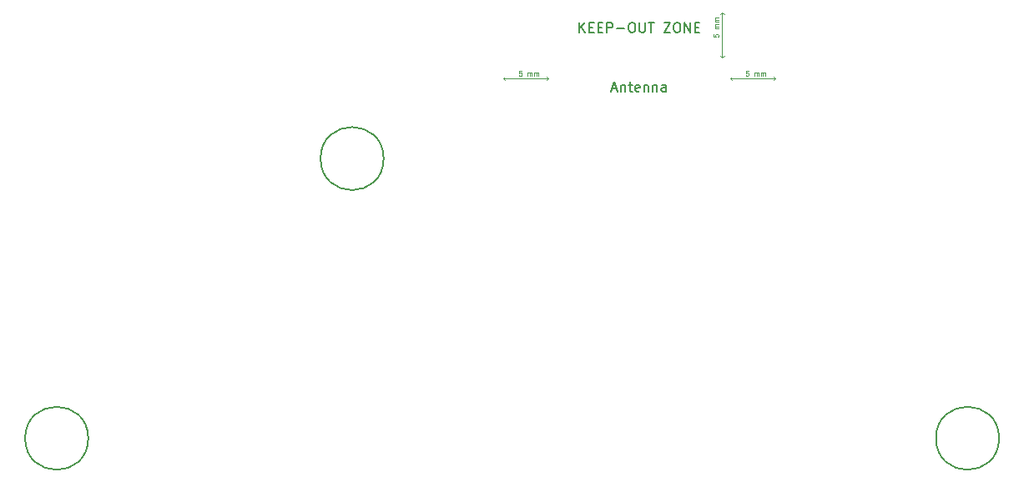
<source format=gbr>
%TF.GenerationSoftware,KiCad,Pcbnew,(6.0.8)*%
%TF.CreationDate,2022-10-05T23:26:50+02:00*%
%TF.ProjectId,DMX_ControllerBoard,444d585f-436f-46e7-9472-6f6c6c657242,rev?*%
%TF.SameCoordinates,Original*%
%TF.FileFunction,Other,Comment*%
%FSLAX46Y46*%
G04 Gerber Fmt 4.6, Leading zero omitted, Abs format (unit mm)*
G04 Created by KiCad (PCBNEW (6.0.8)) date 2022-10-05 23:26:50*
%MOMM*%
%LPD*%
G01*
G04 APERTURE LIST*
%ADD10C,0.150000*%
%ADD11C,0.100000*%
G04 APERTURE END LIST*
D10*
%TO.C,U3*%
X75907071Y-16504380D02*
X75907071Y-15504380D01*
X76478500Y-16504380D02*
X76049928Y-15932952D01*
X76478500Y-15504380D02*
X75907071Y-16075809D01*
X76907071Y-15980571D02*
X77240404Y-15980571D01*
X77383261Y-16504380D02*
X76907071Y-16504380D01*
X76907071Y-15504380D01*
X77383261Y-15504380D01*
X77811833Y-15980571D02*
X78145166Y-15980571D01*
X78288023Y-16504380D02*
X77811833Y-16504380D01*
X77811833Y-15504380D01*
X78288023Y-15504380D01*
X78716595Y-16504380D02*
X78716595Y-15504380D01*
X79097547Y-15504380D01*
X79192785Y-15552000D01*
X79240404Y-15599619D01*
X79288023Y-15694857D01*
X79288023Y-15837714D01*
X79240404Y-15932952D01*
X79192785Y-15980571D01*
X79097547Y-16028190D01*
X78716595Y-16028190D01*
X79716595Y-16123428D02*
X80478500Y-16123428D01*
X81145166Y-15504380D02*
X81335642Y-15504380D01*
X81430880Y-15552000D01*
X81526119Y-15647238D01*
X81573738Y-15837714D01*
X81573738Y-16171047D01*
X81526119Y-16361523D01*
X81430880Y-16456761D01*
X81335642Y-16504380D01*
X81145166Y-16504380D01*
X81049928Y-16456761D01*
X80954690Y-16361523D01*
X80907071Y-16171047D01*
X80907071Y-15837714D01*
X80954690Y-15647238D01*
X81049928Y-15552000D01*
X81145166Y-15504380D01*
X82002309Y-15504380D02*
X82002309Y-16313904D01*
X82049928Y-16409142D01*
X82097547Y-16456761D01*
X82192785Y-16504380D01*
X82383261Y-16504380D01*
X82478500Y-16456761D01*
X82526119Y-16409142D01*
X82573738Y-16313904D01*
X82573738Y-15504380D01*
X82907071Y-15504380D02*
X83478500Y-15504380D01*
X83192785Y-16504380D02*
X83192785Y-15504380D01*
X84478500Y-15504380D02*
X85145166Y-15504380D01*
X84478500Y-16504380D01*
X85145166Y-16504380D01*
X85716595Y-15504380D02*
X85907071Y-15504380D01*
X86002309Y-15552000D01*
X86097547Y-15647238D01*
X86145166Y-15837714D01*
X86145166Y-16171047D01*
X86097547Y-16361523D01*
X86002309Y-16456761D01*
X85907071Y-16504380D01*
X85716595Y-16504380D01*
X85621357Y-16456761D01*
X85526119Y-16361523D01*
X85478500Y-16171047D01*
X85478500Y-15837714D01*
X85526119Y-15647238D01*
X85621357Y-15552000D01*
X85716595Y-15504380D01*
X86573738Y-16504380D02*
X86573738Y-15504380D01*
X87145166Y-16504380D01*
X87145166Y-15504380D01*
X87621357Y-15980571D02*
X87954690Y-15980571D01*
X88097547Y-16504380D02*
X87621357Y-16504380D01*
X87621357Y-15504380D01*
X88097547Y-15504380D01*
D11*
X89504690Y-16715095D02*
X89504690Y-16953190D01*
X89742785Y-16977000D01*
X89718976Y-16953190D01*
X89695166Y-16905571D01*
X89695166Y-16786523D01*
X89718976Y-16738904D01*
X89742785Y-16715095D01*
X89790404Y-16691285D01*
X89909452Y-16691285D01*
X89957071Y-16715095D01*
X89980880Y-16738904D01*
X90004690Y-16786523D01*
X90004690Y-16905571D01*
X89980880Y-16953190D01*
X89957071Y-16977000D01*
X90004690Y-16096047D02*
X89671357Y-16096047D01*
X89718976Y-16096047D02*
X89695166Y-16072238D01*
X89671357Y-16024619D01*
X89671357Y-15953190D01*
X89695166Y-15905571D01*
X89742785Y-15881761D01*
X90004690Y-15881761D01*
X89742785Y-15881761D02*
X89695166Y-15857952D01*
X89671357Y-15810333D01*
X89671357Y-15738904D01*
X89695166Y-15691285D01*
X89742785Y-15667476D01*
X90004690Y-15667476D01*
X90004690Y-15429380D02*
X89671357Y-15429380D01*
X89718976Y-15429380D02*
X89695166Y-15405571D01*
X89671357Y-15357952D01*
X89671357Y-15286523D01*
X89695166Y-15238904D01*
X89742785Y-15215095D01*
X90004690Y-15215095D01*
X89742785Y-15215095D02*
X89695166Y-15191285D01*
X89671357Y-15143666D01*
X89671357Y-15072238D01*
X89695166Y-15024619D01*
X89742785Y-15000809D01*
X90004690Y-15000809D01*
X70040404Y-20403190D02*
X69802309Y-20403190D01*
X69778500Y-20641285D01*
X69802309Y-20617476D01*
X69849928Y-20593666D01*
X69968976Y-20593666D01*
X70016595Y-20617476D01*
X70040404Y-20641285D01*
X70064214Y-20688904D01*
X70064214Y-20807952D01*
X70040404Y-20855571D01*
X70016595Y-20879380D01*
X69968976Y-20903190D01*
X69849928Y-20903190D01*
X69802309Y-20879380D01*
X69778500Y-20855571D01*
X70659452Y-20903190D02*
X70659452Y-20569857D01*
X70659452Y-20617476D02*
X70683261Y-20593666D01*
X70730880Y-20569857D01*
X70802309Y-20569857D01*
X70849928Y-20593666D01*
X70873738Y-20641285D01*
X70873738Y-20903190D01*
X70873738Y-20641285D02*
X70897547Y-20593666D01*
X70945166Y-20569857D01*
X71016595Y-20569857D01*
X71064214Y-20593666D01*
X71088023Y-20641285D01*
X71088023Y-20903190D01*
X71326119Y-20903190D02*
X71326119Y-20569857D01*
X71326119Y-20617476D02*
X71349928Y-20593666D01*
X71397547Y-20569857D01*
X71468976Y-20569857D01*
X71516595Y-20593666D01*
X71540404Y-20641285D01*
X71540404Y-20903190D01*
X71540404Y-20641285D02*
X71564214Y-20593666D01*
X71611833Y-20569857D01*
X71683261Y-20569857D01*
X71730880Y-20593666D01*
X71754690Y-20641285D01*
X71754690Y-20903190D01*
D10*
X79216595Y-22218666D02*
X79692785Y-22218666D01*
X79121357Y-22504380D02*
X79454690Y-21504380D01*
X79788023Y-22504380D01*
X80121357Y-21837714D02*
X80121357Y-22504380D01*
X80121357Y-21932952D02*
X80168976Y-21885333D01*
X80264214Y-21837714D01*
X80407071Y-21837714D01*
X80502309Y-21885333D01*
X80549928Y-21980571D01*
X80549928Y-22504380D01*
X80883261Y-21837714D02*
X81264214Y-21837714D01*
X81026119Y-21504380D02*
X81026119Y-22361523D01*
X81073738Y-22456761D01*
X81168976Y-22504380D01*
X81264214Y-22504380D01*
X81978500Y-22456761D02*
X81883261Y-22504380D01*
X81692785Y-22504380D01*
X81597547Y-22456761D01*
X81549928Y-22361523D01*
X81549928Y-21980571D01*
X81597547Y-21885333D01*
X81692785Y-21837714D01*
X81883261Y-21837714D01*
X81978500Y-21885333D01*
X82026119Y-21980571D01*
X82026119Y-22075809D01*
X81549928Y-22171047D01*
X82454690Y-21837714D02*
X82454690Y-22504380D01*
X82454690Y-21932952D02*
X82502309Y-21885333D01*
X82597547Y-21837714D01*
X82740404Y-21837714D01*
X82835642Y-21885333D01*
X82883261Y-21980571D01*
X82883261Y-22504380D01*
X83359452Y-21837714D02*
X83359452Y-22504380D01*
X83359452Y-21932952D02*
X83407071Y-21885333D01*
X83502309Y-21837714D01*
X83645166Y-21837714D01*
X83740404Y-21885333D01*
X83788023Y-21980571D01*
X83788023Y-22504380D01*
X84692785Y-22504380D02*
X84692785Y-21980571D01*
X84645166Y-21885333D01*
X84549928Y-21837714D01*
X84359452Y-21837714D01*
X84264214Y-21885333D01*
X84692785Y-22456761D02*
X84597547Y-22504380D01*
X84359452Y-22504380D01*
X84264214Y-22456761D01*
X84216595Y-22361523D01*
X84216595Y-22266285D01*
X84264214Y-22171047D01*
X84359452Y-22123428D01*
X84597547Y-22123428D01*
X84692785Y-22075809D01*
D11*
X93040404Y-20403190D02*
X92802309Y-20403190D01*
X92778500Y-20641285D01*
X92802309Y-20617476D01*
X92849928Y-20593666D01*
X92968976Y-20593666D01*
X93016595Y-20617476D01*
X93040404Y-20641285D01*
X93064214Y-20688904D01*
X93064214Y-20807952D01*
X93040404Y-20855571D01*
X93016595Y-20879380D01*
X92968976Y-20903190D01*
X92849928Y-20903190D01*
X92802309Y-20879380D01*
X92778500Y-20855571D01*
X93659452Y-20903190D02*
X93659452Y-20569857D01*
X93659452Y-20617476D02*
X93683261Y-20593666D01*
X93730880Y-20569857D01*
X93802309Y-20569857D01*
X93849928Y-20593666D01*
X93873738Y-20641285D01*
X93873738Y-20903190D01*
X93873738Y-20641285D02*
X93897547Y-20593666D01*
X93945166Y-20569857D01*
X94016595Y-20569857D01*
X94064214Y-20593666D01*
X94088023Y-20641285D01*
X94088023Y-20903190D01*
X94326119Y-20903190D02*
X94326119Y-20569857D01*
X94326119Y-20617476D02*
X94349928Y-20593666D01*
X94397547Y-20569857D01*
X94468976Y-20569857D01*
X94516595Y-20593666D01*
X94540404Y-20641285D01*
X94540404Y-20903190D01*
X94540404Y-20641285D02*
X94564214Y-20593666D01*
X94611833Y-20569857D01*
X94683261Y-20569857D01*
X94730880Y-20593666D01*
X94754690Y-20641285D01*
X94754690Y-20903190D01*
X91178500Y-21177000D02*
X95778500Y-21177000D01*
X90378500Y-19052000D02*
X90578500Y-18852000D01*
X68178500Y-21177000D02*
X68378500Y-20977000D01*
X90378500Y-14452000D02*
X90578500Y-14652000D01*
X72778500Y-21177000D02*
X72578500Y-21377000D01*
X72778500Y-21177000D02*
X72578500Y-20977000D01*
X90378500Y-19052000D02*
X90378500Y-14452000D01*
X68178500Y-21177000D02*
X68378500Y-21377000D01*
X90378500Y-14452000D02*
X90178500Y-14652000D01*
X90378500Y-19052000D02*
X90178500Y-18852000D01*
X95778500Y-21177000D02*
X95578500Y-20977000D01*
X91178500Y-21177000D02*
X91378500Y-21377000D01*
X95778500Y-21177000D02*
X95578500Y-21377000D01*
X91178500Y-21177000D02*
X91378500Y-20977000D01*
X68178500Y-21177000D02*
X72778500Y-21177000D01*
D10*
%TO.C,H1*%
X56044700Y-29311600D02*
G75*
G03*
X56044700Y-29311600I-3200000J0D01*
G01*
%TO.C,H2*%
X26072700Y-57708800D02*
G75*
G03*
X26072700Y-57708800I-3200000J0D01*
G01*
%TO.C,H3*%
X118477900Y-57708800D02*
G75*
G03*
X118477900Y-57708800I-3200000J0D01*
G01*
%TD*%
M02*

</source>
